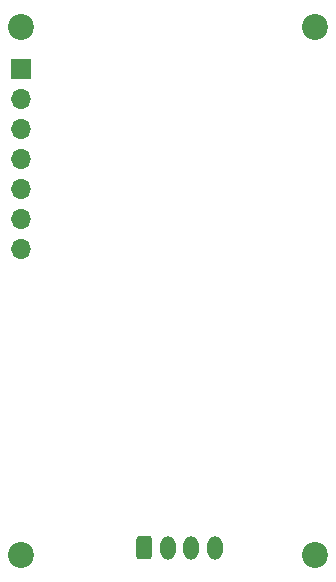
<source format=gbr>
%TF.GenerationSoftware,KiCad,Pcbnew,5.1.6*%
%TF.CreationDate,2020-10-29T14:33:52+01:00*%
%TF.ProjectId,Grove-SCD30,47726f76-652d-4534-9344-33302e6b6963,rev?*%
%TF.SameCoordinates,Original*%
%TF.FileFunction,Copper,L1,Top*%
%TF.FilePolarity,Positive*%
%FSLAX46Y46*%
G04 Gerber Fmt 4.6, Leading zero omitted, Abs format (unit mm)*
G04 Created by KiCad (PCBNEW 5.1.6) date 2020-10-29 14:33:52*
%MOMM*%
%LPD*%
G01*
G04 APERTURE LIST*
%TA.AperFunction,ComponentPad*%
%ADD10O,1.300000X2.000000*%
%TD*%
%TA.AperFunction,ComponentPad*%
%ADD11C,2.200000*%
%TD*%
%TA.AperFunction,ComponentPad*%
%ADD12R,1.700000X1.700000*%
%TD*%
%TA.AperFunction,ComponentPad*%
%ADD13O,1.700000X1.700000*%
%TD*%
G04 APERTURE END LIST*
%TO.P,J2,1*%
%TO.N,SCL*%
%TA.AperFunction,ComponentPad*%
G36*
G01*
X150095000Y-98187000D02*
X150895000Y-98187000D01*
G75*
G02*
X151145000Y-98437000I0J-250000D01*
G01*
X151145000Y-99937000D01*
G75*
G02*
X150895000Y-100187000I-250000J0D01*
G01*
X150095000Y-100187000D01*
G75*
G02*
X149845000Y-99937000I0J250000D01*
G01*
X149845000Y-98437000D01*
G75*
G02*
X150095000Y-98187000I250000J0D01*
G01*
G37*
%TD.AperFunction*%
D10*
%TO.P,J2,2*%
%TO.N,SDA*%
X152495000Y-99187000D03*
%TO.P,J2,3*%
%TO.N,VDD*%
X154495000Y-99187000D03*
%TO.P,J2,4*%
%TO.N,GND*%
X156495000Y-99187000D03*
%TD*%
D11*
%TO.P,,4*%
%TO.N,N/C*%
X140072576Y-99829690D03*
%TD*%
%TO.P,,1*%
%TO.N,N/C*%
X140072576Y-55115028D03*
%TD*%
%TO.P,,2*%
%TO.N,N/C*%
X164998174Y-55115028D03*
%TD*%
%TO.P,,3*%
%TO.N,N/C*%
X164998174Y-99829690D03*
%TD*%
D12*
%TO.P,J1,1*%
%TO.N,VDD*%
X140081000Y-58674000D03*
D13*
%TO.P,J1,2*%
%TO.N,GND*%
X140081000Y-61214000D03*
%TO.P,J1,3*%
%TO.N,SCL*%
X140081000Y-63754000D03*
%TO.P,J1,4*%
%TO.N,SDA*%
X140081000Y-66294000D03*
%TO.P,J1,5*%
%TO.N,Net-(J1-Pad5)*%
X140081000Y-68834000D03*
%TO.P,J1,6*%
%TO.N,Net-(J1-Pad6)*%
X140081000Y-71374000D03*
%TO.P,J1,7*%
%TO.N,GND*%
X140081000Y-73914000D03*
%TD*%
M02*

</source>
